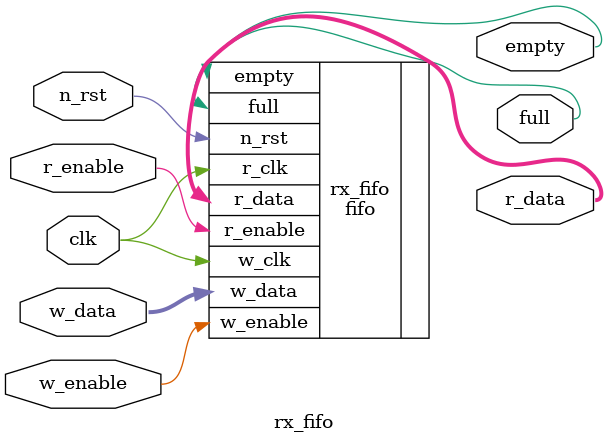
<source format=sv>
module rx_fifo(
	input wire clk,n_rst,r_enable,w_enable,
	input wire [7:0] w_data,
	output wire [7:0] r_data,
	output wire empty,full
);

	fifo rx_fifo(.r_clk(clk), .w_clk(clk), .n_rst(n_rst), .r_enable(r_enable), .w_enable(w_enable), .w_data(w_data), .r_data(r_data), .empty(empty), .full(full));

endmodule

</source>
